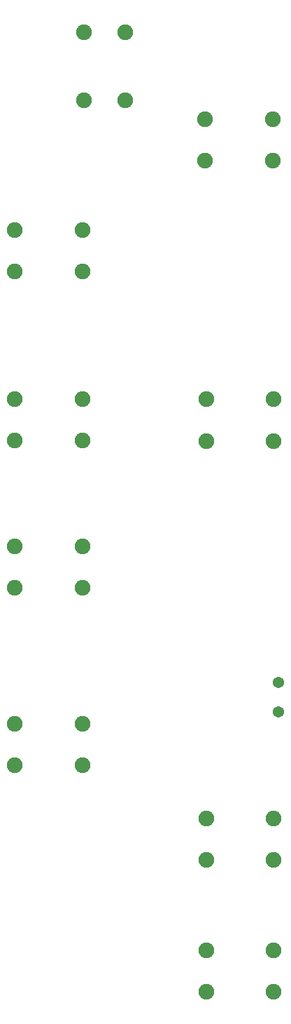
<source format=gbr>
%TF.GenerationSoftware,KiCad,Pcbnew,7.0.8*%
%TF.CreationDate,2024-04-29T16:50:17-06:00*%
%TF.ProjectId,GR-LRR-POWER-PCB-INPUT,47522d4c-5252-42d5-904f-5745522d5043,rev?*%
%TF.SameCoordinates,Original*%
%TF.FileFunction,Soldermask,Bot*%
%TF.FilePolarity,Negative*%
%FSLAX46Y46*%
G04 Gerber Fmt 4.6, Leading zero omitted, Abs format (unit mm)*
G04 Created by KiCad (PCBNEW 7.0.8) date 2024-04-29 16:50:17*
%MOMM*%
%LPD*%
G01*
G04 APERTURE LIST*
%ADD10C,1.905000*%
%ADD11C,1.371600*%
G04 APERTURE END LIST*
D10*
%TO.C,J3*%
X64907600Y-98957099D03*
X56707601Y-98957099D03*
X64907600Y-103957099D03*
X56707601Y-103957099D03*
%TD*%
%TO.C,J1*%
X64882399Y-60830000D03*
X56682400Y-60830000D03*
X64882399Y-65830000D03*
X56682400Y-65830000D03*
%TD*%
%TO.C,J4*%
X64907600Y-120420099D03*
X56707601Y-120420099D03*
X64907600Y-125420099D03*
X56707601Y-125420099D03*
%TD*%
%TO.C,J7*%
X79826001Y-136852000D03*
X88026000Y-136852000D03*
X79826001Y-131852000D03*
X88026000Y-131852000D03*
%TD*%
%TO.C,J6*%
X79826001Y-152752000D03*
X88026000Y-152752000D03*
X79826001Y-147752000D03*
X88026000Y-147752000D03*
%TD*%
%TO.C,J9*%
X79826001Y-86252000D03*
X88026000Y-86252000D03*
X79826001Y-81252000D03*
X88026000Y-81252000D03*
%TD*%
%TO.C,J5*%
X79726001Y-52452000D03*
X87926000Y-52452000D03*
X79726001Y-47452000D03*
X87926000Y-47452000D03*
%TD*%
D11*
%TO.C,C1*%
X88626000Y-115452000D03*
X88626000Y-118952001D03*
%TD*%
D10*
%TO.C,J2*%
X64907600Y-81227899D03*
X56707601Y-81227899D03*
X64907600Y-86227899D03*
X56707601Y-86227899D03*
%TD*%
%TO.C,J8*%
X70026000Y-45152000D03*
X70026000Y-36952001D03*
X65026000Y-45152000D03*
X65026000Y-36952001D03*
%TD*%
M02*

</source>
